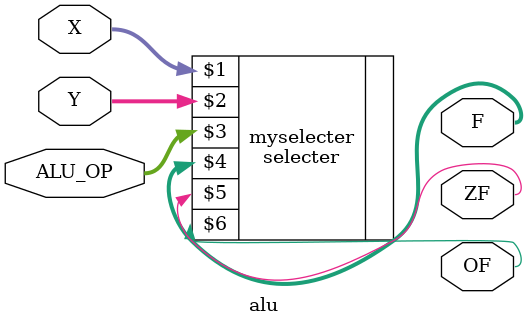
<source format=v>
`timescale 1ns / 1ps
module alu(
    input [31:0] X,
    input[31:0] Y,
    input [3:0] ALU_OP,
    output [31:0]F,
    output ZF,
    output OF
    );
    
    selecter myselecter(X,Y,ALU_OP,F,ZF,OF);
        
endmodule

</source>
